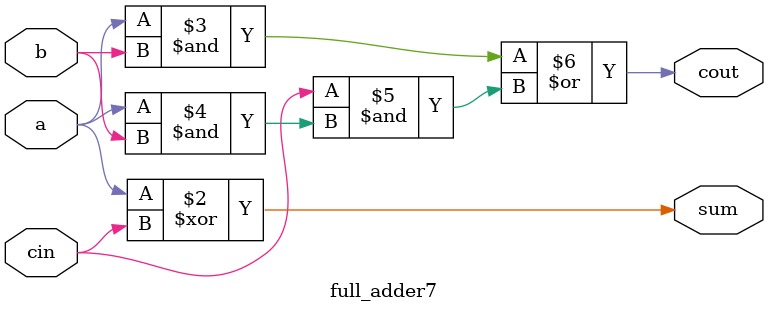
<source format=v>
module full_adder7(a,b,cin,sum,cout);
input a,b,cin;
output sum,cout;
assign sum = a^1'b0^cin;
assign cout = a&b|cin&(a&b); 
// initial begin
//     $display("The incorrect adder with xor0 having in2/0");
// end   
endmodule
</source>
